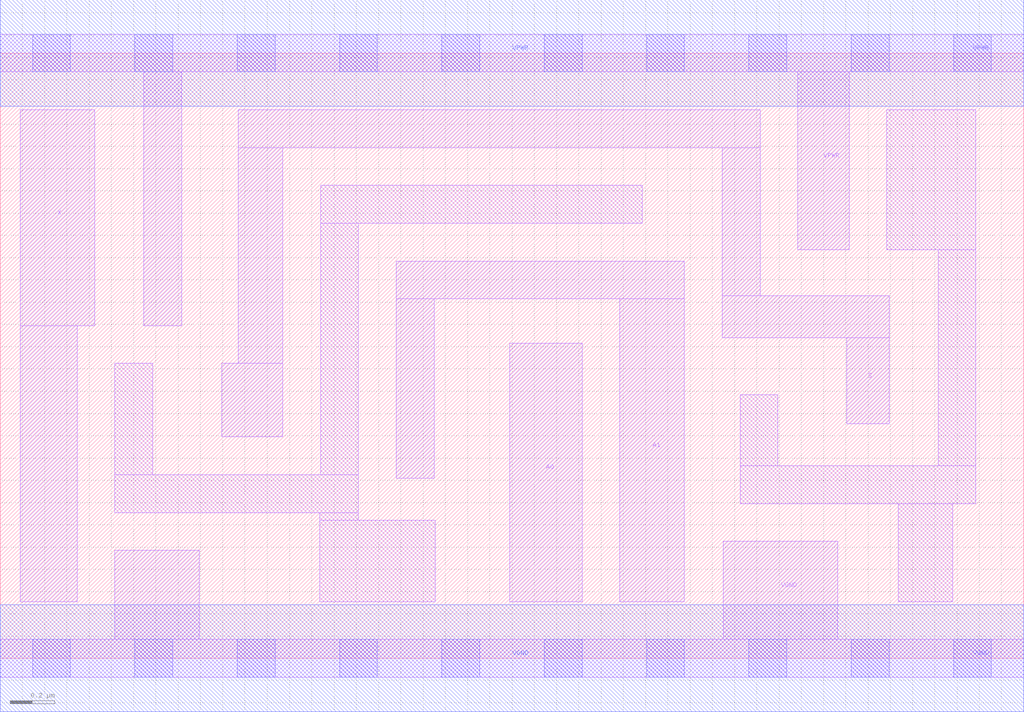
<source format=lef>
# Copyright 2020 The SkyWater PDK Authors
#
# Licensed under the Apache License, Version 2.0 (the "License");
# you may not use this file except in compliance with the License.
# You may obtain a copy of the License at
#
#     https://www.apache.org/licenses/LICENSE-2.0
#
# Unless required by applicable law or agreed to in writing, software
# distributed under the License is distributed on an "AS IS" BASIS,
# WITHOUT WARRANTIES OR CONDITIONS OF ANY KIND, either express or implied.
# See the License for the specific language governing permissions and
# limitations under the License.
#
# SPDX-License-Identifier: Apache-2.0

VERSION 5.7 ;
  NAMESCASESENSITIVE ON ;
  NOWIREEXTENSIONATPIN ON ;
  DIVIDERCHAR "/" ;
  BUSBITCHARS "[]" ;
UNITS
  DATABASE MICRONS 200 ;
END UNITS
PROPERTYDEFINITIONS
  MACRO maskLayoutSubType STRING ;
  MACRO prCellType STRING ;
  MACRO originalViewName STRING ;
END PROPERTYDEFINITIONS
MACRO sky130_fd_sc_hdll__clkmux2_1
  CLASS CORE ;
  FOREIGN sky130_fd_sc_hdll__clkmux2_1 ;
  ORIGIN  0.000000  0.000000 ;
  SIZE  4.600000 BY  2.720000 ;
  SYMMETRY X Y R90 ;
  SITE unithd ;
  PIN A0
    ANTENNAGATEAREA  0.232200 ;
    DIRECTION INPUT ;
    USE SIGNAL ;
    PORT
      LAYER li1 ;
        RECT 2.290000 0.255000 2.615000 1.415000 ;
    END
  END A0
  PIN A1
    ANTENNAGATEAREA  0.232200 ;
    DIRECTION INPUT ;
    USE SIGNAL ;
    PORT
      LAYER li1 ;
        RECT 1.780000 0.810000 1.950000 1.615000 ;
        RECT 1.780000 1.615000 3.075000 1.785000 ;
        RECT 2.785000 0.255000 3.075000 1.615000 ;
    END
  END A1
  PIN S
    ANTENNAGATEAREA  0.479400 ;
    DIRECTION INPUT ;
    USE SIGNAL ;
    PORT
      LAYER li1 ;
        RECT 0.995000 0.995000 1.270000 1.325000 ;
        RECT 1.070000 1.325000 1.270000 2.295000 ;
        RECT 1.070000 2.295000 3.415000 2.465000 ;
        RECT 3.245000 1.440000 3.995000 1.630000 ;
        RECT 3.245000 1.630000 3.415000 2.295000 ;
        RECT 3.805000 1.055000 3.995000 1.440000 ;
    END
  END S
  PIN X
    ANTENNADIFFAREA  0.405200 ;
    DIRECTION OUTPUT ;
    USE SIGNAL ;
    PORT
      LAYER li1 ;
        RECT 0.090000 0.255000 0.345000 1.495000 ;
        RECT 0.090000 1.495000 0.425000 2.465000 ;
    END
  END X
  PIN VGND
    DIRECTION INOUT ;
    USE GROUND ;
    PORT
      LAYER li1 ;
        RECT 0.000000 -0.085000 4.600000 0.085000 ;
        RECT 0.515000  0.085000 0.895000 0.485000 ;
        RECT 3.250000  0.085000 3.765000 0.525000 ;
      LAYER mcon ;
        RECT 0.145000 -0.085000 0.315000 0.085000 ;
        RECT 0.605000 -0.085000 0.775000 0.085000 ;
        RECT 1.065000 -0.085000 1.235000 0.085000 ;
        RECT 1.525000 -0.085000 1.695000 0.085000 ;
        RECT 1.985000 -0.085000 2.155000 0.085000 ;
        RECT 2.445000 -0.085000 2.615000 0.085000 ;
        RECT 2.905000 -0.085000 3.075000 0.085000 ;
        RECT 3.365000 -0.085000 3.535000 0.085000 ;
        RECT 3.825000 -0.085000 3.995000 0.085000 ;
        RECT 4.285000 -0.085000 4.455000 0.085000 ;
      LAYER met1 ;
        RECT 0.000000 -0.240000 4.600000 0.240000 ;
    END
  END VGND
  PIN VPWR
    DIRECTION INOUT ;
    USE POWER ;
    PORT
      LAYER li1 ;
        RECT 0.000000 2.635000 4.600000 2.805000 ;
        RECT 0.645000 1.495000 0.815000 2.635000 ;
        RECT 3.585000 1.835000 3.815000 2.635000 ;
      LAYER mcon ;
        RECT 0.145000 2.635000 0.315000 2.805000 ;
        RECT 0.605000 2.635000 0.775000 2.805000 ;
        RECT 1.065000 2.635000 1.235000 2.805000 ;
        RECT 1.525000 2.635000 1.695000 2.805000 ;
        RECT 1.985000 2.635000 2.155000 2.805000 ;
        RECT 2.445000 2.635000 2.615000 2.805000 ;
        RECT 2.905000 2.635000 3.075000 2.805000 ;
        RECT 3.365000 2.635000 3.535000 2.805000 ;
        RECT 3.825000 2.635000 3.995000 2.805000 ;
        RECT 4.285000 2.635000 4.455000 2.805000 ;
      LAYER met1 ;
        RECT 0.000000 2.480000 4.600000 2.960000 ;
    END
  END VPWR
  OBS
    LAYER li1 ;
      RECT 0.515000 0.655000 1.610000 0.825000 ;
      RECT 0.515000 0.825000 0.685000 1.325000 ;
      RECT 1.435000 0.255000 1.955000 0.620000 ;
      RECT 1.435000 0.620000 1.610000 0.655000 ;
      RECT 1.440000 0.825000 1.610000 1.955000 ;
      RECT 1.440000 1.955000 2.885000 2.125000 ;
      RECT 3.325000 0.695000 4.385000 0.865000 ;
      RECT 3.325000 0.865000 3.495000 1.185000 ;
      RECT 3.985000 1.835000 4.385000 2.465000 ;
      RECT 4.035000 0.255000 4.280000 0.695000 ;
      RECT 4.215000 0.865000 4.385000 1.835000 ;
  END
  PROPERTY maskLayoutSubType "abstract" ;
  PROPERTY prCellType "standard" ;
  PROPERTY originalViewName "layout" ;
END sky130_fd_sc_hdll__clkmux2_1

</source>
